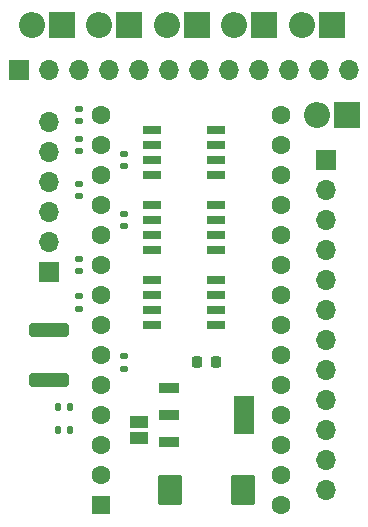
<source format=gts>
%TF.GenerationSoftware,KiCad,Pcbnew,(6.0.1)*%
%TF.CreationDate,2022-02-13T09:40:18+01:00*%
%TF.ProjectId,RC-MultiSwitcher,52432d4d-756c-4746-9953-776974636865,rev?*%
%TF.SameCoordinates,Original*%
%TF.FileFunction,Soldermask,Top*%
%TF.FilePolarity,Negative*%
%FSLAX46Y46*%
G04 Gerber Fmt 4.6, Leading zero omitted, Abs format (unit mm)*
G04 Created by KiCad (PCBNEW (6.0.1)) date 2022-02-13 09:40:18*
%MOMM*%
%LPD*%
G01*
G04 APERTURE LIST*
G04 Aperture macros list*
%AMRoundRect*
0 Rectangle with rounded corners*
0 $1 Rounding radius*
0 $2 $3 $4 $5 $6 $7 $8 $9 X,Y pos of 4 corners*
0 Add a 4 corners polygon primitive as box body*
4,1,4,$2,$3,$4,$5,$6,$7,$8,$9,$2,$3,0*
0 Add four circle primitives for the rounded corners*
1,1,$1+$1,$2,$3*
1,1,$1+$1,$4,$5*
1,1,$1+$1,$6,$7*
1,1,$1+$1,$8,$9*
0 Add four rect primitives between the rounded corners*
20,1,$1+$1,$2,$3,$4,$5,0*
20,1,$1+$1,$4,$5,$6,$7,0*
20,1,$1+$1,$6,$7,$8,$9,0*
20,1,$1+$1,$8,$9,$2,$3,0*%
G04 Aperture macros list end*
%ADD10R,2.200000X2.200000*%
%ADD11O,2.200000X2.200000*%
%ADD12RoundRect,0.135000X-0.185000X0.135000X-0.185000X-0.135000X0.185000X-0.135000X0.185000X0.135000X0*%
%ADD13R,1.700000X1.700000*%
%ADD14O,1.700000X1.700000*%
%ADD15RoundRect,0.250000X1.450000X-0.312500X1.450000X0.312500X-1.450000X0.312500X-1.450000X-0.312500X0*%
%ADD16RoundRect,0.225000X-0.225000X-0.250000X0.225000X-0.250000X0.225000X0.250000X-0.225000X0.250000X0*%
%ADD17R,1.500000X0.650000*%
%ADD18RoundRect,0.135000X0.185000X-0.135000X0.185000X0.135000X-0.185000X0.135000X-0.185000X-0.135000X0*%
%ADD19RoundRect,0.135000X-0.135000X-0.185000X0.135000X-0.185000X0.135000X0.185000X-0.135000X0.185000X0*%
%ADD20R,1.750000X0.950000*%
%ADD21R,1.750000X3.200000*%
%ADD22RoundRect,0.250000X-0.787500X-1.025000X0.787500X-1.025000X0.787500X1.025000X-0.787500X1.025000X0*%
%ADD23R,1.500000X1.000000*%
%ADD24R,1.600000X1.600000*%
%ADD25C,1.600000*%
G04 APERTURE END LIST*
D10*
X159821766Y-64135000D03*
D11*
X157281766Y-64135000D03*
D10*
X148391766Y-64135000D03*
D11*
X145851766Y-64135000D03*
D10*
X136961766Y-64135000D03*
D11*
X134421766Y-64135000D03*
D12*
X142240000Y-75055000D03*
X142240000Y-76075000D03*
D10*
X142676766Y-64135000D03*
D11*
X140136766Y-64135000D03*
D13*
X135890000Y-85090000D03*
D14*
X135890000Y-82550000D03*
X135890000Y-80010000D03*
X135890000Y-77470000D03*
X135890000Y-74930000D03*
X135890000Y-72390000D03*
D15*
X135890000Y-94212500D03*
X135890000Y-89937500D03*
D13*
X133345000Y-67945000D03*
D14*
X135885000Y-67945000D03*
X138425000Y-67945000D03*
X140965000Y-67945000D03*
X143505000Y-67945000D03*
X146045000Y-67945000D03*
X148585000Y-67945000D03*
X151125000Y-67945000D03*
X153665000Y-67945000D03*
X156205000Y-67945000D03*
X158745000Y-67945000D03*
X161285000Y-67945000D03*
D12*
X138430000Y-71245000D03*
X138430000Y-72265000D03*
D16*
X148450000Y-92710000D03*
X150000000Y-92710000D03*
D13*
X159385000Y-75560000D03*
D14*
X159385000Y-78100000D03*
X159385000Y-80640000D03*
X159385000Y-83180000D03*
X159385000Y-85720000D03*
X159385000Y-88260000D03*
X159385000Y-90800000D03*
X159385000Y-93340000D03*
X159385000Y-95880000D03*
X159385000Y-98420000D03*
X159385000Y-100960000D03*
X159385000Y-103500000D03*
D17*
X144620000Y-85725000D03*
X144620000Y-86995000D03*
X144620000Y-88265000D03*
X144620000Y-89535000D03*
X150020000Y-89535000D03*
X150020000Y-88265000D03*
X150020000Y-86995000D03*
X150020000Y-85725000D03*
D12*
X138430000Y-77595000D03*
X138430000Y-78615000D03*
D18*
X142240000Y-81155000D03*
X142240000Y-80135000D03*
X142240000Y-93220000D03*
X142240000Y-92200000D03*
D19*
X136650000Y-96520000D03*
X137670000Y-96520000D03*
D17*
X144620000Y-79375000D03*
X144620000Y-80645000D03*
X144620000Y-81915000D03*
X144620000Y-83185000D03*
X150020000Y-83185000D03*
X150020000Y-81915000D03*
X150020000Y-80645000D03*
X150020000Y-79375000D03*
D19*
X136650000Y-98425000D03*
X137670000Y-98425000D03*
D10*
X161091766Y-71755000D03*
D11*
X158551766Y-71755000D03*
D20*
X146075000Y-94855000D03*
X146075000Y-97155000D03*
X146075000Y-99455000D03*
D21*
X152375000Y-97155000D03*
D17*
X144620000Y-73025000D03*
X144620000Y-74295000D03*
X144620000Y-75565000D03*
X144620000Y-76835000D03*
X150020000Y-76835000D03*
X150020000Y-75565000D03*
X150020000Y-74295000D03*
X150020000Y-73025000D03*
D22*
X146112500Y-103505000D03*
X152337500Y-103505000D03*
D10*
X154106766Y-64135000D03*
D11*
X151566766Y-64135000D03*
D23*
X143510000Y-97775000D03*
X143510000Y-99075000D03*
D18*
X138430000Y-84965000D03*
X138430000Y-83945000D03*
X138430000Y-88140000D03*
X138430000Y-87120000D03*
X138430000Y-74805000D03*
X138430000Y-73785000D03*
D24*
X140335000Y-104775000D03*
D25*
X140335000Y-102235000D03*
X140335000Y-99695000D03*
X140335000Y-97155000D03*
X140335000Y-94615000D03*
X140335000Y-92075000D03*
X140335000Y-89535000D03*
X140335000Y-86995000D03*
X140335000Y-84455000D03*
X140335000Y-81915000D03*
X140335000Y-79375000D03*
X140335000Y-76835000D03*
X140335000Y-74295000D03*
X140335000Y-71755000D03*
X155575000Y-71755000D03*
X155575000Y-74295000D03*
X155575000Y-76835000D03*
X155575000Y-79375000D03*
X155575000Y-81915000D03*
X155575000Y-84455000D03*
X155575000Y-86995000D03*
X155575000Y-89535000D03*
X155575000Y-92075000D03*
X155575000Y-94615000D03*
X155575000Y-97155000D03*
X155575000Y-99695000D03*
X155575000Y-102235000D03*
X155575000Y-104775000D03*
M02*

</source>
